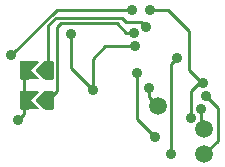
<source format=gbr>
G04 EAGLE Gerber RS-274X export*
G75*
%MOMM*%
%FSLAX34Y34*%
%LPD*%
%INBottom Copper*%
%IPPOS*%
%AMOC8*
5,1,8,0,0,1.08239X$1,22.5*%
G01*
%ADD10C,0.381000*%
%ADD11C,1.500000*%
%ADD12C,0.906400*%
%ADD13C,0.254000*%

G36*
X56670Y73402D02*
X56670Y73402D01*
X56689Y73400D01*
X56810Y73421D01*
X56932Y73439D01*
X56949Y73447D01*
X56969Y73450D01*
X57079Y73505D01*
X57191Y73555D01*
X57206Y73568D01*
X57224Y73576D01*
X57315Y73659D01*
X57408Y73739D01*
X57419Y73755D01*
X57433Y73768D01*
X57497Y73873D01*
X57566Y73975D01*
X57571Y73994D01*
X57582Y74011D01*
X57614Y74129D01*
X57651Y74246D01*
X57652Y74266D01*
X57657Y74285D01*
X57655Y74407D01*
X57659Y74530D01*
X57654Y74549D01*
X57653Y74569D01*
X57618Y74687D01*
X57587Y74805D01*
X57577Y74822D01*
X57571Y74841D01*
X57529Y74902D01*
X57442Y75050D01*
X57404Y75085D01*
X57381Y75118D01*
X51447Y81280D01*
X57381Y87442D01*
X57393Y87458D01*
X57408Y87471D01*
X57476Y87573D01*
X57548Y87672D01*
X57555Y87691D01*
X57566Y87707D01*
X57603Y87824D01*
X57644Y87940D01*
X57645Y87959D01*
X57651Y87978D01*
X57654Y88101D01*
X57662Y88223D01*
X57658Y88243D01*
X57659Y88262D01*
X57628Y88381D01*
X57601Y88501D01*
X57592Y88518D01*
X57587Y88537D01*
X57524Y88643D01*
X57465Y88751D01*
X57452Y88765D01*
X57442Y88782D01*
X57352Y88866D01*
X57266Y88953D01*
X57249Y88963D01*
X57234Y88976D01*
X57125Y89032D01*
X57018Y89092D01*
X56999Y89097D01*
X56981Y89106D01*
X56908Y89118D01*
X56741Y89157D01*
X56690Y89155D01*
X56650Y89161D01*
X42950Y89161D01*
X42892Y89153D01*
X42834Y89155D01*
X42752Y89133D01*
X42669Y89121D01*
X42615Y89098D01*
X42559Y89083D01*
X42486Y89040D01*
X42409Y89005D01*
X42364Y88967D01*
X42314Y88938D01*
X42256Y88876D01*
X42192Y88822D01*
X42160Y88773D01*
X42120Y88730D01*
X42081Y88655D01*
X42035Y88585D01*
X42017Y88529D01*
X41990Y88477D01*
X41979Y88409D01*
X41949Y88314D01*
X41946Y88214D01*
X41935Y88146D01*
X41935Y74414D01*
X41943Y74356D01*
X41941Y74298D01*
X41963Y74216D01*
X41975Y74133D01*
X41999Y74079D01*
X42013Y74023D01*
X42056Y73950D01*
X42091Y73873D01*
X42129Y73828D01*
X42159Y73778D01*
X42220Y73720D01*
X42275Y73656D01*
X42323Y73624D01*
X42366Y73584D01*
X42441Y73545D01*
X42511Y73499D01*
X42567Y73481D01*
X42619Y73454D01*
X42687Y73443D01*
X42782Y73413D01*
X42882Y73410D01*
X42950Y73399D01*
X56650Y73399D01*
X56670Y73402D01*
G37*
G36*
X56670Y48002D02*
X56670Y48002D01*
X56689Y48000D01*
X56810Y48021D01*
X56932Y48039D01*
X56949Y48047D01*
X56969Y48050D01*
X57079Y48105D01*
X57191Y48155D01*
X57206Y48168D01*
X57224Y48176D01*
X57315Y48259D01*
X57408Y48339D01*
X57419Y48355D01*
X57433Y48368D01*
X57497Y48473D01*
X57566Y48575D01*
X57571Y48594D01*
X57582Y48611D01*
X57614Y48729D01*
X57651Y48846D01*
X57652Y48866D01*
X57657Y48885D01*
X57655Y49007D01*
X57659Y49130D01*
X57654Y49149D01*
X57653Y49169D01*
X57618Y49287D01*
X57587Y49405D01*
X57577Y49422D01*
X57571Y49441D01*
X57529Y49502D01*
X57442Y49650D01*
X57404Y49685D01*
X57381Y49718D01*
X51447Y55880D01*
X57381Y62042D01*
X57393Y62058D01*
X57408Y62071D01*
X57476Y62173D01*
X57548Y62272D01*
X57555Y62291D01*
X57566Y62307D01*
X57603Y62424D01*
X57644Y62540D01*
X57645Y62559D01*
X57651Y62578D01*
X57654Y62701D01*
X57662Y62823D01*
X57658Y62843D01*
X57659Y62862D01*
X57628Y62981D01*
X57601Y63101D01*
X57592Y63118D01*
X57587Y63137D01*
X57524Y63243D01*
X57465Y63351D01*
X57452Y63365D01*
X57442Y63382D01*
X57352Y63466D01*
X57266Y63553D01*
X57249Y63563D01*
X57234Y63576D01*
X57125Y63632D01*
X57018Y63692D01*
X56999Y63697D01*
X56981Y63706D01*
X56908Y63718D01*
X56741Y63757D01*
X56690Y63755D01*
X56650Y63761D01*
X42950Y63761D01*
X42892Y63753D01*
X42834Y63755D01*
X42752Y63733D01*
X42669Y63721D01*
X42615Y63698D01*
X42559Y63683D01*
X42486Y63640D01*
X42409Y63605D01*
X42364Y63567D01*
X42314Y63538D01*
X42256Y63476D01*
X42192Y63422D01*
X42160Y63373D01*
X42120Y63330D01*
X42081Y63255D01*
X42035Y63185D01*
X42017Y63129D01*
X41990Y63077D01*
X41979Y63009D01*
X41949Y62914D01*
X41946Y62814D01*
X41935Y62746D01*
X41935Y49014D01*
X41943Y48956D01*
X41941Y48898D01*
X41963Y48816D01*
X41975Y48733D01*
X41999Y48679D01*
X42013Y48623D01*
X42056Y48550D01*
X42091Y48473D01*
X42129Y48428D01*
X42159Y48378D01*
X42220Y48320D01*
X42275Y48256D01*
X42323Y48224D01*
X42366Y48184D01*
X42441Y48145D01*
X42511Y48099D01*
X42567Y48081D01*
X42619Y48054D01*
X42687Y48043D01*
X42782Y48013D01*
X42882Y48010D01*
X42950Y47999D01*
X56650Y47999D01*
X56670Y48002D01*
G37*
G36*
X68868Y73407D02*
X68868Y73407D01*
X68926Y73405D01*
X69008Y73427D01*
X69092Y73439D01*
X69145Y73463D01*
X69201Y73477D01*
X69274Y73520D01*
X69351Y73555D01*
X69396Y73593D01*
X69446Y73623D01*
X69504Y73684D01*
X69568Y73739D01*
X69600Y73787D01*
X69640Y73830D01*
X69679Y73905D01*
X69726Y73975D01*
X69743Y74031D01*
X69770Y74083D01*
X69781Y74151D01*
X69811Y74246D01*
X69814Y74346D01*
X69825Y74414D01*
X69825Y88146D01*
X69817Y88204D01*
X69819Y88262D01*
X69797Y88344D01*
X69785Y88428D01*
X69762Y88481D01*
X69747Y88537D01*
X69704Y88610D01*
X69669Y88687D01*
X69631Y88732D01*
X69602Y88782D01*
X69540Y88840D01*
X69486Y88904D01*
X69437Y88936D01*
X69394Y88976D01*
X69319Y89015D01*
X69249Y89062D01*
X69193Y89079D01*
X69141Y89106D01*
X69073Y89117D01*
X68978Y89147D01*
X68878Y89150D01*
X68810Y89161D01*
X62595Y89161D01*
X62490Y89146D01*
X62383Y89139D01*
X62349Y89127D01*
X62314Y89121D01*
X62216Y89078D01*
X62116Y89041D01*
X62091Y89022D01*
X62054Y89005D01*
X61896Y88872D01*
X61851Y88836D01*
X55485Y81970D01*
X55462Y81938D01*
X55434Y81911D01*
X55381Y81822D01*
X55322Y81737D01*
X55310Y81700D01*
X55290Y81666D01*
X55264Y81566D01*
X55231Y81468D01*
X55229Y81428D01*
X55220Y81390D01*
X55223Y81287D01*
X55218Y81184D01*
X55228Y81145D01*
X55229Y81106D01*
X55261Y81008D01*
X55285Y80907D01*
X55304Y80873D01*
X55316Y80835D01*
X55361Y80772D01*
X55425Y80660D01*
X55479Y80608D01*
X55511Y80562D01*
X62377Y73696D01*
X62447Y73644D01*
X62511Y73584D01*
X62560Y73558D01*
X62604Y73525D01*
X62686Y73494D01*
X62764Y73454D01*
X62812Y73446D01*
X62870Y73424D01*
X63018Y73412D01*
X63095Y73399D01*
X68810Y73399D01*
X68868Y73407D01*
G37*
G36*
X68868Y48007D02*
X68868Y48007D01*
X68926Y48005D01*
X69008Y48027D01*
X69092Y48039D01*
X69145Y48063D01*
X69201Y48077D01*
X69274Y48120D01*
X69351Y48155D01*
X69396Y48193D01*
X69446Y48223D01*
X69504Y48284D01*
X69568Y48339D01*
X69600Y48387D01*
X69640Y48430D01*
X69679Y48505D01*
X69726Y48575D01*
X69743Y48631D01*
X69770Y48683D01*
X69781Y48751D01*
X69811Y48846D01*
X69814Y48946D01*
X69825Y49014D01*
X69825Y62746D01*
X69817Y62804D01*
X69819Y62862D01*
X69797Y62944D01*
X69785Y63028D01*
X69762Y63081D01*
X69747Y63137D01*
X69704Y63210D01*
X69669Y63287D01*
X69631Y63332D01*
X69602Y63382D01*
X69540Y63440D01*
X69486Y63504D01*
X69437Y63536D01*
X69394Y63576D01*
X69319Y63615D01*
X69249Y63662D01*
X69193Y63679D01*
X69141Y63706D01*
X69073Y63717D01*
X68978Y63747D01*
X68878Y63750D01*
X68810Y63761D01*
X62595Y63761D01*
X62490Y63746D01*
X62383Y63739D01*
X62349Y63727D01*
X62314Y63721D01*
X62216Y63678D01*
X62116Y63641D01*
X62091Y63622D01*
X62054Y63605D01*
X61896Y63472D01*
X61851Y63436D01*
X55485Y56570D01*
X55462Y56538D01*
X55434Y56511D01*
X55381Y56422D01*
X55322Y56337D01*
X55310Y56300D01*
X55290Y56266D01*
X55264Y56166D01*
X55231Y56068D01*
X55229Y56028D01*
X55220Y55990D01*
X55223Y55887D01*
X55218Y55784D01*
X55228Y55745D01*
X55229Y55706D01*
X55261Y55608D01*
X55285Y55507D01*
X55304Y55473D01*
X55316Y55435D01*
X55361Y55372D01*
X55425Y55260D01*
X55479Y55208D01*
X55511Y55162D01*
X62377Y48296D01*
X62447Y48244D01*
X62511Y48184D01*
X62560Y48158D01*
X62604Y48125D01*
X62686Y48094D01*
X62764Y48054D01*
X62812Y48046D01*
X62870Y48024D01*
X63018Y48012D01*
X63095Y47999D01*
X68810Y47999D01*
X68868Y48007D01*
G37*
D10*
X64135Y61595D02*
X67945Y61595D01*
X67945Y50165D01*
X64135Y50165D01*
X64135Y61595D01*
X64135Y53784D02*
X67945Y53784D01*
X67945Y57403D02*
X64135Y57403D01*
X64135Y61022D02*
X67945Y61022D01*
X47625Y61595D02*
X43815Y61595D01*
X47625Y61595D02*
X47625Y50165D01*
X43815Y50165D01*
X43815Y61595D01*
X43815Y53784D02*
X47625Y53784D01*
X47625Y57403D02*
X43815Y57403D01*
X43815Y61022D02*
X47625Y61022D01*
X64135Y86995D02*
X67945Y86995D01*
X67945Y75565D01*
X64135Y75565D01*
X64135Y86995D01*
X64135Y79184D02*
X67945Y79184D01*
X67945Y82803D02*
X64135Y82803D01*
X64135Y86422D02*
X67945Y86422D01*
X47625Y86995D02*
X43815Y86995D01*
X47625Y86995D02*
X47625Y75565D01*
X43815Y75565D01*
X43815Y86995D01*
X43815Y79184D02*
X47625Y79184D01*
X47625Y82803D02*
X43815Y82803D01*
X43815Y86422D02*
X47625Y86422D01*
D11*
X198120Y31750D03*
X198120Y10160D03*
X158750Y50800D03*
D12*
X199390Y59690D03*
D13*
X209550Y21590D02*
X198120Y10160D01*
X209550Y49530D02*
X199390Y59690D01*
X209550Y49530D02*
X209550Y21590D01*
D12*
X195580Y48260D03*
D13*
X195580Y34290D01*
X198120Y31750D01*
X45720Y55880D02*
X45720Y81280D01*
X45720Y55880D02*
X45720Y44450D01*
X40640Y39370D01*
D12*
X40640Y39370D03*
X175260Y91440D03*
D13*
X170180Y86360D01*
X170180Y10160D01*
D12*
X170180Y10160D03*
X152400Y132628D03*
D13*
X167092Y132628D01*
X185420Y114300D01*
X185420Y81280D01*
X196850Y70826D02*
X196850Y69850D01*
D12*
X196850Y70826D03*
D13*
X196850Y69850D02*
X185420Y81280D01*
D12*
X186690Y40640D03*
D13*
X193040Y69850D02*
X196850Y69850D01*
X193040Y69850D02*
X186690Y63500D01*
X186690Y40640D01*
D12*
X151130Y66040D03*
D13*
X151130Y58420D01*
X158750Y50800D01*
D12*
X140970Y78740D03*
D13*
X140970Y39907D01*
X156533Y24344D01*
D12*
X156533Y24344D03*
X137160Y132628D03*
D13*
X72938Y132628D01*
D12*
X34076Y94027D03*
D13*
X34337Y94027D02*
X72938Y132628D01*
X34337Y94027D02*
X34076Y94027D01*
D12*
X85090Y111760D03*
D13*
X85090Y83333D01*
X103653Y64770D01*
D12*
X103653Y64770D03*
X139486Y101506D03*
D13*
X114206Y101506D01*
X103653Y90953D02*
X103653Y64770D01*
X103653Y90953D02*
X114206Y101506D01*
D12*
X148590Y117896D03*
D13*
X66040Y119264D02*
X66040Y81280D01*
X66040Y119264D02*
X72292Y125516D01*
X128484Y125516D02*
X132080Y121920D01*
X144566Y121920D01*
X148590Y117896D01*
X128484Y125516D02*
X72292Y125516D01*
D12*
X138668Y112602D03*
D13*
X131866Y112914D02*
X123836Y120944D01*
X73660Y63500D02*
X66040Y55880D01*
X73660Y118110D02*
X76494Y120944D01*
X73660Y118110D02*
X73660Y63500D01*
X76494Y120944D02*
X123836Y120944D01*
X131866Y112914D02*
X138356Y112914D01*
X138668Y112602D01*
M02*

</source>
